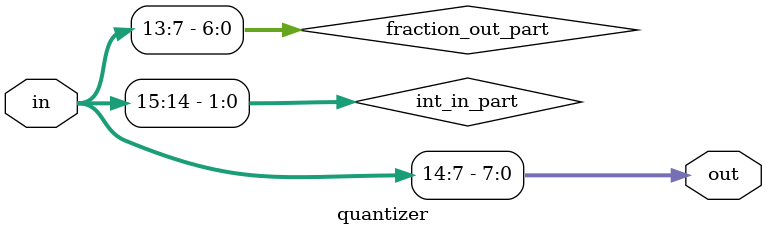
<source format=sv>
module quantizer #(
    parameter num_bit = 16,       
    parameter out_bit = 8,       
    parameter fraction_out = 7, 
    parameter fraction_in = 14  
) (
    input  [num_bit - 1:0] in,
    output [out_bit - 1:0] out
);

    wire [num_bit - fraction_in - 1:0] int_in_part;
    wire [fraction_out - 1:0] fraction_out_part;

    assign int_in_part = in[num_bit - 1:fraction_in];
    assign fraction_out_part = in[fraction_in - 1:fraction_in - fraction_out];

    assign out = {int_in_part[out_bit - fraction_out - 1:0], fraction_out_part};

endmodule
</source>
